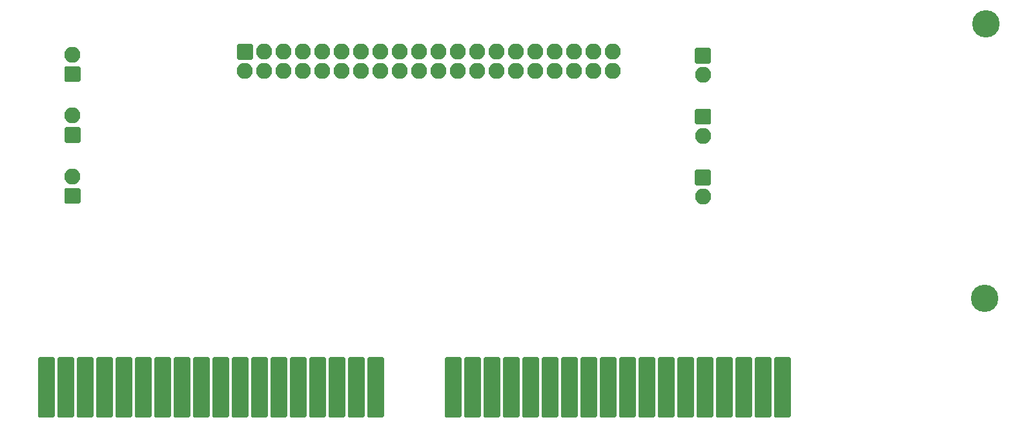
<source format=gbr>
G04 #@! TF.GenerationSoftware,KiCad,Pcbnew,5.1.9-2.fc34*
G04 #@! TF.CreationDate,2021-05-05T22:12:12+01:00*
G04 #@! TF.ProjectId,videoslotadapter,76696465-6f73-46c6-9f74-616461707465,rev?*
G04 #@! TF.SameCoordinates,Original*
G04 #@! TF.FileFunction,Soldermask,Bot*
G04 #@! TF.FilePolarity,Negative*
%FSLAX46Y46*%
G04 Gerber Fmt 4.6, Leading zero omitted, Abs format (unit mm)*
G04 Created by KiCad (PCBNEW 5.1.9-2.fc34) date 2021-05-05 22:12:12*
%MOMM*%
%LPD*%
G01*
G04 APERTURE LIST*
%ADD10O,2.100000X2.100000*%
%ADD11C,3.600000*%
G04 APERTURE END LIST*
D10*
X199136000Y-79248000D03*
G36*
G01*
X198086000Y-77558000D02*
X198086000Y-75858000D01*
G75*
G02*
X198286000Y-75658000I200000J0D01*
G01*
X199986000Y-75658000D01*
G75*
G02*
X200186000Y-75858000I0J-200000D01*
G01*
X200186000Y-77558000D01*
G75*
G02*
X199986000Y-77758000I-200000J0D01*
G01*
X198286000Y-77758000D01*
G75*
G02*
X198086000Y-77558000I0J200000D01*
G01*
G37*
X116459000Y-76581000D03*
G36*
G01*
X117509000Y-78271000D02*
X117509000Y-79971000D01*
G75*
G02*
X117309000Y-80171000I-200000J0D01*
G01*
X115609000Y-80171000D01*
G75*
G02*
X115409000Y-79971000I0J200000D01*
G01*
X115409000Y-78271000D01*
G75*
G02*
X115609000Y-78071000I200000J0D01*
G01*
X117309000Y-78071000D01*
G75*
G02*
X117509000Y-78271000I0J-200000D01*
G01*
G37*
X199136000Y-87249000D03*
G36*
G01*
X198086000Y-85559000D02*
X198086000Y-83859000D01*
G75*
G02*
X198286000Y-83659000I200000J0D01*
G01*
X199986000Y-83659000D01*
G75*
G02*
X200186000Y-83859000I0J-200000D01*
G01*
X200186000Y-85559000D01*
G75*
G02*
X199986000Y-85759000I-200000J0D01*
G01*
X198286000Y-85759000D01*
G75*
G02*
X198086000Y-85559000I0J200000D01*
G01*
G37*
X116459000Y-84582000D03*
G36*
G01*
X117509000Y-86272000D02*
X117509000Y-87972000D01*
G75*
G02*
X117309000Y-88172000I-200000J0D01*
G01*
X115609000Y-88172000D01*
G75*
G02*
X115409000Y-87972000I0J200000D01*
G01*
X115409000Y-86272000D01*
G75*
G02*
X115609000Y-86072000I200000J0D01*
G01*
X117309000Y-86072000D01*
G75*
G02*
X117509000Y-86272000I0J-200000D01*
G01*
G37*
X187325000Y-70739000D03*
X187325000Y-68199000D03*
X184785000Y-70739000D03*
X184785000Y-68199000D03*
X182245000Y-70739000D03*
X182245000Y-68199000D03*
X179705000Y-70739000D03*
X179705000Y-68199000D03*
X177165000Y-70739000D03*
X177165000Y-68199000D03*
X174625000Y-70739000D03*
X174625000Y-68199000D03*
X172085000Y-70739000D03*
X172085000Y-68199000D03*
X169545000Y-70739000D03*
X169545000Y-68199000D03*
X167005000Y-70739000D03*
X167005000Y-68199000D03*
X164465000Y-70739000D03*
X164465000Y-68199000D03*
X161925000Y-70739000D03*
X161925000Y-68199000D03*
X159385000Y-70739000D03*
X159385000Y-68199000D03*
X156845000Y-70739000D03*
X156845000Y-68199000D03*
X154305000Y-70739000D03*
X154305000Y-68199000D03*
X151765000Y-70739000D03*
X151765000Y-68199000D03*
X149225000Y-70739000D03*
X149225000Y-68199000D03*
X146685000Y-70739000D03*
X146685000Y-68199000D03*
X144145000Y-70739000D03*
X144145000Y-68199000D03*
X141605000Y-70739000D03*
X141605000Y-68199000D03*
X139065000Y-70739000D03*
G36*
G01*
X139915000Y-69249000D02*
X138215000Y-69249000D01*
G75*
G02*
X138015000Y-69049000I0J200000D01*
G01*
X138015000Y-67349000D01*
G75*
G02*
X138215000Y-67149000I200000J0D01*
G01*
X139915000Y-67149000D01*
G75*
G02*
X140115000Y-67349000I0J-200000D01*
G01*
X140115000Y-69049000D01*
G75*
G02*
X139915000Y-69249000I-200000J0D01*
G01*
G37*
D11*
X236093000Y-100584000D03*
X236220000Y-64516000D03*
G36*
G01*
X208464000Y-116082000D02*
X208464000Y-108462000D01*
G75*
G02*
X208664000Y-108262000I200000J0D01*
G01*
X210444000Y-108262000D01*
G75*
G02*
X210644000Y-108462000I0J-200000D01*
G01*
X210644000Y-116082000D01*
G75*
G02*
X210444000Y-116282000I-200000J0D01*
G01*
X208664000Y-116282000D01*
G75*
G02*
X208464000Y-116082000I0J200000D01*
G01*
G37*
G36*
G01*
X205924000Y-116082000D02*
X205924000Y-108462000D01*
G75*
G02*
X206124000Y-108262000I200000J0D01*
G01*
X207904000Y-108262000D01*
G75*
G02*
X208104000Y-108462000I0J-200000D01*
G01*
X208104000Y-116082000D01*
G75*
G02*
X207904000Y-116282000I-200000J0D01*
G01*
X206124000Y-116282000D01*
G75*
G02*
X205924000Y-116082000I0J200000D01*
G01*
G37*
G36*
G01*
X203384000Y-116082000D02*
X203384000Y-108462000D01*
G75*
G02*
X203584000Y-108262000I200000J0D01*
G01*
X205364000Y-108262000D01*
G75*
G02*
X205564000Y-108462000I0J-200000D01*
G01*
X205564000Y-116082000D01*
G75*
G02*
X205364000Y-116282000I-200000J0D01*
G01*
X203584000Y-116282000D01*
G75*
G02*
X203384000Y-116082000I0J200000D01*
G01*
G37*
G36*
G01*
X200844000Y-116082000D02*
X200844000Y-108462000D01*
G75*
G02*
X201044000Y-108262000I200000J0D01*
G01*
X202824000Y-108262000D01*
G75*
G02*
X203024000Y-108462000I0J-200000D01*
G01*
X203024000Y-116082000D01*
G75*
G02*
X202824000Y-116282000I-200000J0D01*
G01*
X201044000Y-116282000D01*
G75*
G02*
X200844000Y-116082000I0J200000D01*
G01*
G37*
G36*
G01*
X198304000Y-116082000D02*
X198304000Y-108462000D01*
G75*
G02*
X198504000Y-108262000I200000J0D01*
G01*
X200284000Y-108262000D01*
G75*
G02*
X200484000Y-108462000I0J-200000D01*
G01*
X200484000Y-116082000D01*
G75*
G02*
X200284000Y-116282000I-200000J0D01*
G01*
X198504000Y-116282000D01*
G75*
G02*
X198304000Y-116082000I0J200000D01*
G01*
G37*
G36*
G01*
X195764000Y-116082000D02*
X195764000Y-108462000D01*
G75*
G02*
X195964000Y-108262000I200000J0D01*
G01*
X197744000Y-108262000D01*
G75*
G02*
X197944000Y-108462000I0J-200000D01*
G01*
X197944000Y-116082000D01*
G75*
G02*
X197744000Y-116282000I-200000J0D01*
G01*
X195964000Y-116282000D01*
G75*
G02*
X195764000Y-116082000I0J200000D01*
G01*
G37*
G36*
G01*
X193224000Y-116082000D02*
X193224000Y-108462000D01*
G75*
G02*
X193424000Y-108262000I200000J0D01*
G01*
X195204000Y-108262000D01*
G75*
G02*
X195404000Y-108462000I0J-200000D01*
G01*
X195404000Y-116082000D01*
G75*
G02*
X195204000Y-116282000I-200000J0D01*
G01*
X193424000Y-116282000D01*
G75*
G02*
X193224000Y-116082000I0J200000D01*
G01*
G37*
G36*
G01*
X190684000Y-116082000D02*
X190684000Y-108462000D01*
G75*
G02*
X190884000Y-108262000I200000J0D01*
G01*
X192664000Y-108262000D01*
G75*
G02*
X192864000Y-108462000I0J-200000D01*
G01*
X192864000Y-116082000D01*
G75*
G02*
X192664000Y-116282000I-200000J0D01*
G01*
X190884000Y-116282000D01*
G75*
G02*
X190684000Y-116082000I0J200000D01*
G01*
G37*
G36*
G01*
X188144000Y-116082000D02*
X188144000Y-108462000D01*
G75*
G02*
X188344000Y-108262000I200000J0D01*
G01*
X190124000Y-108262000D01*
G75*
G02*
X190324000Y-108462000I0J-200000D01*
G01*
X190324000Y-116082000D01*
G75*
G02*
X190124000Y-116282000I-200000J0D01*
G01*
X188344000Y-116282000D01*
G75*
G02*
X188144000Y-116082000I0J200000D01*
G01*
G37*
G36*
G01*
X185604000Y-116082000D02*
X185604000Y-108462000D01*
G75*
G02*
X185804000Y-108262000I200000J0D01*
G01*
X187584000Y-108262000D01*
G75*
G02*
X187784000Y-108462000I0J-200000D01*
G01*
X187784000Y-116082000D01*
G75*
G02*
X187584000Y-116282000I-200000J0D01*
G01*
X185804000Y-116282000D01*
G75*
G02*
X185604000Y-116082000I0J200000D01*
G01*
G37*
G36*
G01*
X183064000Y-116082000D02*
X183064000Y-108462000D01*
G75*
G02*
X183264000Y-108262000I200000J0D01*
G01*
X185044000Y-108262000D01*
G75*
G02*
X185244000Y-108462000I0J-200000D01*
G01*
X185244000Y-116082000D01*
G75*
G02*
X185044000Y-116282000I-200000J0D01*
G01*
X183264000Y-116282000D01*
G75*
G02*
X183064000Y-116082000I0J200000D01*
G01*
G37*
G36*
G01*
X180524000Y-116082000D02*
X180524000Y-108462000D01*
G75*
G02*
X180724000Y-108262000I200000J0D01*
G01*
X182504000Y-108262000D01*
G75*
G02*
X182704000Y-108462000I0J-200000D01*
G01*
X182704000Y-116082000D01*
G75*
G02*
X182504000Y-116282000I-200000J0D01*
G01*
X180724000Y-116282000D01*
G75*
G02*
X180524000Y-116082000I0J200000D01*
G01*
G37*
G36*
G01*
X177984000Y-116082000D02*
X177984000Y-108462000D01*
G75*
G02*
X178184000Y-108262000I200000J0D01*
G01*
X179964000Y-108262000D01*
G75*
G02*
X180164000Y-108462000I0J-200000D01*
G01*
X180164000Y-116082000D01*
G75*
G02*
X179964000Y-116282000I-200000J0D01*
G01*
X178184000Y-116282000D01*
G75*
G02*
X177984000Y-116082000I0J200000D01*
G01*
G37*
G36*
G01*
X175444000Y-116082000D02*
X175444000Y-108462000D01*
G75*
G02*
X175644000Y-108262000I200000J0D01*
G01*
X177424000Y-108262000D01*
G75*
G02*
X177624000Y-108462000I0J-200000D01*
G01*
X177624000Y-116082000D01*
G75*
G02*
X177424000Y-116282000I-200000J0D01*
G01*
X175644000Y-116282000D01*
G75*
G02*
X175444000Y-116082000I0J200000D01*
G01*
G37*
G36*
G01*
X172904000Y-116082000D02*
X172904000Y-108462000D01*
G75*
G02*
X173104000Y-108262000I200000J0D01*
G01*
X174884000Y-108262000D01*
G75*
G02*
X175084000Y-108462000I0J-200000D01*
G01*
X175084000Y-116082000D01*
G75*
G02*
X174884000Y-116282000I-200000J0D01*
G01*
X173104000Y-116282000D01*
G75*
G02*
X172904000Y-116082000I0J200000D01*
G01*
G37*
G36*
G01*
X170364000Y-116082000D02*
X170364000Y-108462000D01*
G75*
G02*
X170564000Y-108262000I200000J0D01*
G01*
X172344000Y-108262000D01*
G75*
G02*
X172544000Y-108462000I0J-200000D01*
G01*
X172544000Y-116082000D01*
G75*
G02*
X172344000Y-116282000I-200000J0D01*
G01*
X170564000Y-116282000D01*
G75*
G02*
X170364000Y-116082000I0J200000D01*
G01*
G37*
G36*
G01*
X167824000Y-116082000D02*
X167824000Y-108462000D01*
G75*
G02*
X168024000Y-108262000I200000J0D01*
G01*
X169804000Y-108262000D01*
G75*
G02*
X170004000Y-108462000I0J-200000D01*
G01*
X170004000Y-116082000D01*
G75*
G02*
X169804000Y-116282000I-200000J0D01*
G01*
X168024000Y-116282000D01*
G75*
G02*
X167824000Y-116082000I0J200000D01*
G01*
G37*
G36*
G01*
X165284000Y-116082000D02*
X165284000Y-108462000D01*
G75*
G02*
X165484000Y-108262000I200000J0D01*
G01*
X167264000Y-108262000D01*
G75*
G02*
X167464000Y-108462000I0J-200000D01*
G01*
X167464000Y-116082000D01*
G75*
G02*
X167264000Y-116282000I-200000J0D01*
G01*
X165484000Y-116282000D01*
G75*
G02*
X165284000Y-116082000I0J200000D01*
G01*
G37*
G36*
G01*
X155124000Y-116082000D02*
X155124000Y-108462000D01*
G75*
G02*
X155324000Y-108262000I200000J0D01*
G01*
X157104000Y-108262000D01*
G75*
G02*
X157304000Y-108462000I0J-200000D01*
G01*
X157304000Y-116082000D01*
G75*
G02*
X157104000Y-116282000I-200000J0D01*
G01*
X155324000Y-116282000D01*
G75*
G02*
X155124000Y-116082000I0J200000D01*
G01*
G37*
G36*
G01*
X152584000Y-116082000D02*
X152584000Y-108462000D01*
G75*
G02*
X152784000Y-108262000I200000J0D01*
G01*
X154564000Y-108262000D01*
G75*
G02*
X154764000Y-108462000I0J-200000D01*
G01*
X154764000Y-116082000D01*
G75*
G02*
X154564000Y-116282000I-200000J0D01*
G01*
X152784000Y-116282000D01*
G75*
G02*
X152584000Y-116082000I0J200000D01*
G01*
G37*
G36*
G01*
X150044000Y-116082000D02*
X150044000Y-108462000D01*
G75*
G02*
X150244000Y-108262000I200000J0D01*
G01*
X152024000Y-108262000D01*
G75*
G02*
X152224000Y-108462000I0J-200000D01*
G01*
X152224000Y-116082000D01*
G75*
G02*
X152024000Y-116282000I-200000J0D01*
G01*
X150244000Y-116282000D01*
G75*
G02*
X150044000Y-116082000I0J200000D01*
G01*
G37*
G36*
G01*
X147504000Y-116082000D02*
X147504000Y-108462000D01*
G75*
G02*
X147704000Y-108262000I200000J0D01*
G01*
X149484000Y-108262000D01*
G75*
G02*
X149684000Y-108462000I0J-200000D01*
G01*
X149684000Y-116082000D01*
G75*
G02*
X149484000Y-116282000I-200000J0D01*
G01*
X147704000Y-116282000D01*
G75*
G02*
X147504000Y-116082000I0J200000D01*
G01*
G37*
G36*
G01*
X144964000Y-116082000D02*
X144964000Y-108462000D01*
G75*
G02*
X145164000Y-108262000I200000J0D01*
G01*
X146944000Y-108262000D01*
G75*
G02*
X147144000Y-108462000I0J-200000D01*
G01*
X147144000Y-116082000D01*
G75*
G02*
X146944000Y-116282000I-200000J0D01*
G01*
X145164000Y-116282000D01*
G75*
G02*
X144964000Y-116082000I0J200000D01*
G01*
G37*
G36*
G01*
X142424000Y-116082000D02*
X142424000Y-108462000D01*
G75*
G02*
X142624000Y-108262000I200000J0D01*
G01*
X144404000Y-108262000D01*
G75*
G02*
X144604000Y-108462000I0J-200000D01*
G01*
X144604000Y-116082000D01*
G75*
G02*
X144404000Y-116282000I-200000J0D01*
G01*
X142624000Y-116282000D01*
G75*
G02*
X142424000Y-116082000I0J200000D01*
G01*
G37*
G36*
G01*
X139884000Y-116082000D02*
X139884000Y-108462000D01*
G75*
G02*
X140084000Y-108262000I200000J0D01*
G01*
X141864000Y-108262000D01*
G75*
G02*
X142064000Y-108462000I0J-200000D01*
G01*
X142064000Y-116082000D01*
G75*
G02*
X141864000Y-116282000I-200000J0D01*
G01*
X140084000Y-116282000D01*
G75*
G02*
X139884000Y-116082000I0J200000D01*
G01*
G37*
G36*
G01*
X137344000Y-116082000D02*
X137344000Y-108462000D01*
G75*
G02*
X137544000Y-108262000I200000J0D01*
G01*
X139324000Y-108262000D01*
G75*
G02*
X139524000Y-108462000I0J-200000D01*
G01*
X139524000Y-116082000D01*
G75*
G02*
X139324000Y-116282000I-200000J0D01*
G01*
X137544000Y-116282000D01*
G75*
G02*
X137344000Y-116082000I0J200000D01*
G01*
G37*
G36*
G01*
X134804000Y-116082000D02*
X134804000Y-108462000D01*
G75*
G02*
X135004000Y-108262000I200000J0D01*
G01*
X136784000Y-108262000D01*
G75*
G02*
X136984000Y-108462000I0J-200000D01*
G01*
X136984000Y-116082000D01*
G75*
G02*
X136784000Y-116282000I-200000J0D01*
G01*
X135004000Y-116282000D01*
G75*
G02*
X134804000Y-116082000I0J200000D01*
G01*
G37*
G36*
G01*
X132264000Y-116082000D02*
X132264000Y-108462000D01*
G75*
G02*
X132464000Y-108262000I200000J0D01*
G01*
X134244000Y-108262000D01*
G75*
G02*
X134444000Y-108462000I0J-200000D01*
G01*
X134444000Y-116082000D01*
G75*
G02*
X134244000Y-116282000I-200000J0D01*
G01*
X132464000Y-116282000D01*
G75*
G02*
X132264000Y-116082000I0J200000D01*
G01*
G37*
G36*
G01*
X129724000Y-116082000D02*
X129724000Y-108462000D01*
G75*
G02*
X129924000Y-108262000I200000J0D01*
G01*
X131704000Y-108262000D01*
G75*
G02*
X131904000Y-108462000I0J-200000D01*
G01*
X131904000Y-116082000D01*
G75*
G02*
X131704000Y-116282000I-200000J0D01*
G01*
X129924000Y-116282000D01*
G75*
G02*
X129724000Y-116082000I0J200000D01*
G01*
G37*
G36*
G01*
X127184000Y-116082000D02*
X127184000Y-108462000D01*
G75*
G02*
X127384000Y-108262000I200000J0D01*
G01*
X129164000Y-108262000D01*
G75*
G02*
X129364000Y-108462000I0J-200000D01*
G01*
X129364000Y-116082000D01*
G75*
G02*
X129164000Y-116282000I-200000J0D01*
G01*
X127384000Y-116282000D01*
G75*
G02*
X127184000Y-116082000I0J200000D01*
G01*
G37*
G36*
G01*
X124644000Y-116082000D02*
X124644000Y-108462000D01*
G75*
G02*
X124844000Y-108262000I200000J0D01*
G01*
X126624000Y-108262000D01*
G75*
G02*
X126824000Y-108462000I0J-200000D01*
G01*
X126824000Y-116082000D01*
G75*
G02*
X126624000Y-116282000I-200000J0D01*
G01*
X124844000Y-116282000D01*
G75*
G02*
X124644000Y-116082000I0J200000D01*
G01*
G37*
G36*
G01*
X122104000Y-116082000D02*
X122104000Y-108462000D01*
G75*
G02*
X122304000Y-108262000I200000J0D01*
G01*
X124084000Y-108262000D01*
G75*
G02*
X124284000Y-108462000I0J-200000D01*
G01*
X124284000Y-116082000D01*
G75*
G02*
X124084000Y-116282000I-200000J0D01*
G01*
X122304000Y-116282000D01*
G75*
G02*
X122104000Y-116082000I0J200000D01*
G01*
G37*
G36*
G01*
X119564000Y-116082000D02*
X119564000Y-108462000D01*
G75*
G02*
X119764000Y-108262000I200000J0D01*
G01*
X121544000Y-108262000D01*
G75*
G02*
X121744000Y-108462000I0J-200000D01*
G01*
X121744000Y-116082000D01*
G75*
G02*
X121544000Y-116282000I-200000J0D01*
G01*
X119764000Y-116282000D01*
G75*
G02*
X119564000Y-116082000I0J200000D01*
G01*
G37*
G36*
G01*
X117024000Y-116082000D02*
X117024000Y-108462000D01*
G75*
G02*
X117224000Y-108262000I200000J0D01*
G01*
X119004000Y-108262000D01*
G75*
G02*
X119204000Y-108462000I0J-200000D01*
G01*
X119204000Y-116082000D01*
G75*
G02*
X119004000Y-116282000I-200000J0D01*
G01*
X117224000Y-116282000D01*
G75*
G02*
X117024000Y-116082000I0J200000D01*
G01*
G37*
G36*
G01*
X114484000Y-116082000D02*
X114484000Y-108462000D01*
G75*
G02*
X114684000Y-108262000I200000J0D01*
G01*
X116464000Y-108262000D01*
G75*
G02*
X116664000Y-108462000I0J-200000D01*
G01*
X116664000Y-116082000D01*
G75*
G02*
X116464000Y-116282000I-200000J0D01*
G01*
X114684000Y-116282000D01*
G75*
G02*
X114484000Y-116082000I0J200000D01*
G01*
G37*
G36*
G01*
X111944000Y-116082000D02*
X111944000Y-108462000D01*
G75*
G02*
X112144000Y-108262000I200000J0D01*
G01*
X113924000Y-108262000D01*
G75*
G02*
X114124000Y-108462000I0J-200000D01*
G01*
X114124000Y-116082000D01*
G75*
G02*
X113924000Y-116282000I-200000J0D01*
G01*
X112144000Y-116282000D01*
G75*
G02*
X111944000Y-116082000I0J200000D01*
G01*
G37*
D10*
X199136000Y-71247000D03*
G36*
G01*
X198086000Y-69557000D02*
X198086000Y-67857000D01*
G75*
G02*
X198286000Y-67657000I200000J0D01*
G01*
X199986000Y-67657000D01*
G75*
G02*
X200186000Y-67857000I0J-200000D01*
G01*
X200186000Y-69557000D01*
G75*
G02*
X199986000Y-69757000I-200000J0D01*
G01*
X198286000Y-69757000D01*
G75*
G02*
X198086000Y-69557000I0J200000D01*
G01*
G37*
G36*
G01*
X117509000Y-70270000D02*
X117509000Y-71970000D01*
G75*
G02*
X117309000Y-72170000I-200000J0D01*
G01*
X115609000Y-72170000D01*
G75*
G02*
X115409000Y-71970000I0J200000D01*
G01*
X115409000Y-70270000D01*
G75*
G02*
X115609000Y-70070000I200000J0D01*
G01*
X117309000Y-70070000D01*
G75*
G02*
X117509000Y-70270000I0J-200000D01*
G01*
G37*
X116459000Y-68580000D03*
M02*

</source>
